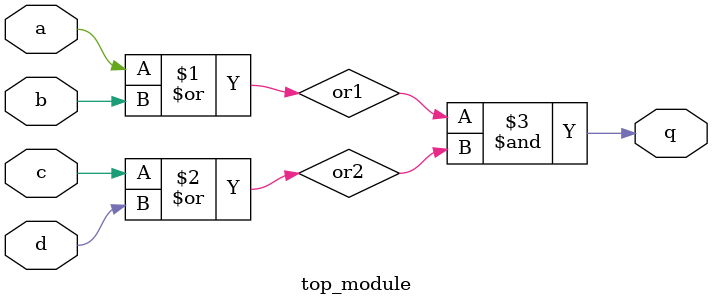
<source format=sv>
module top_module (
	input a, 
	input b, 
	input c, 
	input d,
	output q
);

wire or1, or2;

assign or1 = a | b;
assign or2 = c | d;
assign q = or1 & or2;

endmodule

</source>
